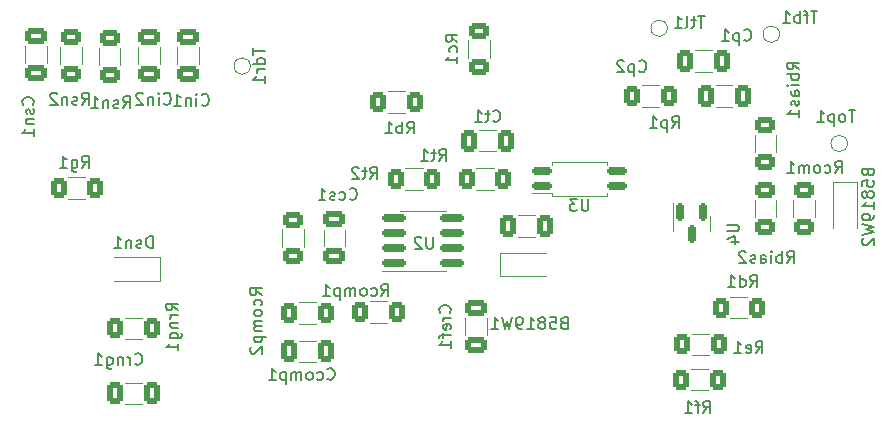
<source format=gbo>
G04 #@! TF.GenerationSoftware,KiCad,Pcbnew,(6.0.11)*
G04 #@! TF.CreationDate,2023-06-13T18:49:00+03:00*
G04 #@! TF.ProjectId,flyback_48V_48W,666c7962-6163-46b5-9f34-38565f343857,rev?*
G04 #@! TF.SameCoordinates,Original*
G04 #@! TF.FileFunction,Legend,Bot*
G04 #@! TF.FilePolarity,Positive*
%FSLAX46Y46*%
G04 Gerber Fmt 4.6, Leading zero omitted, Abs format (unit mm)*
G04 Created by KiCad (PCBNEW (6.0.11)) date 2023-06-13 18:49:00*
%MOMM*%
%LPD*%
G01*
G04 APERTURE LIST*
G04 Aperture macros list*
%AMRoundRect*
0 Rectangle with rounded corners*
0 $1 Rounding radius*
0 $2 $3 $4 $5 $6 $7 $8 $9 X,Y pos of 4 corners*
0 Add a 4 corners polygon primitive as box body*
4,1,4,$2,$3,$4,$5,$6,$7,$8,$9,$2,$3,0*
0 Add four circle primitives for the rounded corners*
1,1,$1+$1,$2,$3*
1,1,$1+$1,$4,$5*
1,1,$1+$1,$6,$7*
1,1,$1+$1,$8,$9*
0 Add four rect primitives between the rounded corners*
20,1,$1+$1,$2,$3,$4,$5,0*
20,1,$1+$1,$4,$5,$6,$7,0*
20,1,$1+$1,$6,$7,$8,$9,0*
20,1,$1+$1,$8,$9,$2,$3,0*%
G04 Aperture macros list end*
%ADD10C,0.150000*%
%ADD11C,0.120000*%
%ADD12C,3.800000*%
%ADD13O,3.048000X1.524000*%
%ADD14R,2.000000X2.000000*%
%ADD15O,2.000000X2.000000*%
%ADD16R,1.200000X1.200000*%
%ADD17C,1.200000*%
%ADD18C,1.524000*%
%ADD19C,1.000000*%
%ADD20RoundRect,0.250000X-0.625000X0.400000X-0.625000X-0.400000X0.625000X-0.400000X0.625000X0.400000X0*%
%ADD21RoundRect,0.250000X-0.400000X-0.625000X0.400000X-0.625000X0.400000X0.625000X-0.400000X0.625000X0*%
%ADD22RoundRect,0.250000X0.400000X0.625000X-0.400000X0.625000X-0.400000X-0.625000X0.400000X-0.625000X0*%
%ADD23RoundRect,0.250000X0.650000X-0.412500X0.650000X0.412500X-0.650000X0.412500X-0.650000X-0.412500X0*%
%ADD24RoundRect,0.150000X-0.825000X-0.150000X0.825000X-0.150000X0.825000X0.150000X-0.825000X0.150000X0*%
%ADD25RoundRect,0.150000X-0.662500X-0.150000X0.662500X-0.150000X0.662500X0.150000X-0.662500X0.150000X0*%
%ADD26RoundRect,0.250000X-0.650000X0.412500X-0.650000X-0.412500X0.650000X-0.412500X0.650000X0.412500X0*%
%ADD27RoundRect,0.250000X0.412500X0.650000X-0.412500X0.650000X-0.412500X-0.650000X0.412500X-0.650000X0*%
%ADD28RoundRect,0.250000X-0.412500X-0.650000X0.412500X-0.650000X0.412500X0.650000X-0.412500X0.650000X0*%
%ADD29R,0.900000X1.200000*%
%ADD30RoundRect,0.150000X-0.150000X0.587500X-0.150000X-0.587500X0.150000X-0.587500X0.150000X0.587500X0*%
%ADD31RoundRect,0.250000X0.625000X-0.400000X0.625000X0.400000X-0.625000X0.400000X-0.625000X-0.400000X0*%
%ADD32R,1.200000X0.900000*%
G04 APERTURE END LIST*
D10*
X173116666Y-45934380D02*
X172545238Y-45934380D01*
X172830952Y-46934380D02*
X172830952Y-45934380D01*
X172069047Y-46934380D02*
X172164285Y-46886761D01*
X172211904Y-46839142D01*
X172259523Y-46743904D01*
X172259523Y-46458190D01*
X172211904Y-46362952D01*
X172164285Y-46315333D01*
X172069047Y-46267714D01*
X171926190Y-46267714D01*
X171830952Y-46315333D01*
X171783333Y-46362952D01*
X171735714Y-46458190D01*
X171735714Y-46743904D01*
X171783333Y-46839142D01*
X171830952Y-46886761D01*
X171926190Y-46934380D01*
X172069047Y-46934380D01*
X171307142Y-46267714D02*
X171307142Y-47267714D01*
X171307142Y-46315333D02*
X171211904Y-46267714D01*
X171021428Y-46267714D01*
X170926190Y-46315333D01*
X170878571Y-46362952D01*
X170830952Y-46458190D01*
X170830952Y-46743904D01*
X170878571Y-46839142D01*
X170926190Y-46886761D01*
X171021428Y-46934380D01*
X171211904Y-46934380D01*
X171307142Y-46886761D01*
X169878571Y-46934380D02*
X170450000Y-46934380D01*
X170164285Y-46934380D02*
X170164285Y-45934380D01*
X170259523Y-46077238D01*
X170354761Y-46172476D01*
X170450000Y-46220095D01*
X107621809Y-45452380D02*
X107955142Y-44976190D01*
X108193238Y-45452380D02*
X108193238Y-44452380D01*
X107812285Y-44452380D01*
X107717047Y-44500000D01*
X107669428Y-44547619D01*
X107621809Y-44642857D01*
X107621809Y-44785714D01*
X107669428Y-44880952D01*
X107717047Y-44928571D01*
X107812285Y-44976190D01*
X108193238Y-44976190D01*
X107240857Y-45404761D02*
X107145619Y-45452380D01*
X106955142Y-45452380D01*
X106859904Y-45404761D01*
X106812285Y-45309523D01*
X106812285Y-45261904D01*
X106859904Y-45166666D01*
X106955142Y-45119047D01*
X107098000Y-45119047D01*
X107193238Y-45071428D01*
X107240857Y-44976190D01*
X107240857Y-44928571D01*
X107193238Y-44833333D01*
X107098000Y-44785714D01*
X106955142Y-44785714D01*
X106859904Y-44833333D01*
X106383714Y-44785714D02*
X106383714Y-45452380D01*
X106383714Y-44880952D02*
X106336095Y-44833333D01*
X106240857Y-44785714D01*
X106098000Y-44785714D01*
X106002761Y-44833333D01*
X105955142Y-44928571D01*
X105955142Y-45452380D01*
X105526571Y-44547619D02*
X105478952Y-44500000D01*
X105383714Y-44452380D01*
X105145619Y-44452380D01*
X105050380Y-44500000D01*
X105002761Y-44547619D01*
X104955142Y-44642857D01*
X104955142Y-44738095D01*
X105002761Y-44880952D01*
X105574190Y-45452380D01*
X104955142Y-45452380D01*
X115768380Y-62881047D02*
X115292190Y-62547714D01*
X115768380Y-62309619D02*
X114768380Y-62309619D01*
X114768380Y-62690571D01*
X114816000Y-62785809D01*
X114863619Y-62833428D01*
X114958857Y-62881047D01*
X115101714Y-62881047D01*
X115196952Y-62833428D01*
X115244571Y-62785809D01*
X115292190Y-62690571D01*
X115292190Y-62309619D01*
X115768380Y-63309619D02*
X115101714Y-63309619D01*
X115292190Y-63309619D02*
X115196952Y-63357238D01*
X115149333Y-63404857D01*
X115101714Y-63500095D01*
X115101714Y-63595333D01*
X115101714Y-63928666D02*
X115768380Y-63928666D01*
X115196952Y-63928666D02*
X115149333Y-63976285D01*
X115101714Y-64071523D01*
X115101714Y-64214380D01*
X115149333Y-64309619D01*
X115244571Y-64357238D01*
X115768380Y-64357238D01*
X115101714Y-65262000D02*
X115911238Y-65262000D01*
X116006476Y-65214380D01*
X116054095Y-65166761D01*
X116101714Y-65071523D01*
X116101714Y-64928666D01*
X116054095Y-64833428D01*
X115720761Y-65262000D02*
X115768380Y-65166761D01*
X115768380Y-64976285D01*
X115720761Y-64881047D01*
X115673142Y-64833428D01*
X115577904Y-64785809D01*
X115292190Y-64785809D01*
X115196952Y-64833428D01*
X115149333Y-64881047D01*
X115101714Y-64976285D01*
X115101714Y-65166761D01*
X115149333Y-65262000D01*
X115768380Y-66262000D02*
X115768380Y-65690571D01*
X115768380Y-65976285D02*
X114768380Y-65976285D01*
X114911238Y-65881047D01*
X115006476Y-65785809D01*
X115054095Y-65690571D01*
X107619047Y-50802380D02*
X107952380Y-50326190D01*
X108190476Y-50802380D02*
X108190476Y-49802380D01*
X107809523Y-49802380D01*
X107714285Y-49850000D01*
X107666666Y-49897619D01*
X107619047Y-49992857D01*
X107619047Y-50135714D01*
X107666666Y-50230952D01*
X107714285Y-50278571D01*
X107809523Y-50326190D01*
X108190476Y-50326190D01*
X106761904Y-50135714D02*
X106761904Y-50945238D01*
X106809523Y-51040476D01*
X106857142Y-51088095D01*
X106952380Y-51135714D01*
X107095238Y-51135714D01*
X107190476Y-51088095D01*
X106761904Y-50754761D02*
X106857142Y-50802380D01*
X107047619Y-50802380D01*
X107142857Y-50754761D01*
X107190476Y-50707142D01*
X107238095Y-50611904D01*
X107238095Y-50326190D01*
X107190476Y-50230952D01*
X107142857Y-50183333D01*
X107047619Y-50135714D01*
X106857142Y-50135714D01*
X106761904Y-50183333D01*
X105761904Y-50802380D02*
X106333333Y-50802380D01*
X106047619Y-50802380D02*
X106047619Y-49802380D01*
X106142857Y-49945238D01*
X106238095Y-50040476D01*
X106333333Y-50088095D01*
X130286000Y-53443142D02*
X130333619Y-53490761D01*
X130476476Y-53538380D01*
X130571714Y-53538380D01*
X130714571Y-53490761D01*
X130809809Y-53395523D01*
X130857428Y-53300285D01*
X130905047Y-53109809D01*
X130905047Y-52966952D01*
X130857428Y-52776476D01*
X130809809Y-52681238D01*
X130714571Y-52586000D01*
X130571714Y-52538380D01*
X130476476Y-52538380D01*
X130333619Y-52586000D01*
X130286000Y-52633619D01*
X129428857Y-53490761D02*
X129524095Y-53538380D01*
X129714571Y-53538380D01*
X129809809Y-53490761D01*
X129857428Y-53443142D01*
X129905047Y-53347904D01*
X129905047Y-53062190D01*
X129857428Y-52966952D01*
X129809809Y-52919333D01*
X129714571Y-52871714D01*
X129524095Y-52871714D01*
X129428857Y-52919333D01*
X129047904Y-53490761D02*
X128952666Y-53538380D01*
X128762190Y-53538380D01*
X128666952Y-53490761D01*
X128619333Y-53395523D01*
X128619333Y-53347904D01*
X128666952Y-53252666D01*
X128762190Y-53205047D01*
X128905047Y-53205047D01*
X129000285Y-53157428D01*
X129047904Y-53062190D01*
X129047904Y-53014571D01*
X129000285Y-52919333D01*
X128905047Y-52871714D01*
X128762190Y-52871714D01*
X128666952Y-52919333D01*
X127666952Y-53538380D02*
X128238380Y-53538380D01*
X127952666Y-53538380D02*
X127952666Y-52538380D01*
X128047904Y-52681238D01*
X128143142Y-52776476D01*
X128238380Y-52824095D01*
X111103809Y-45754380D02*
X111437142Y-45278190D01*
X111675238Y-45754380D02*
X111675238Y-44754380D01*
X111294285Y-44754380D01*
X111199047Y-44802000D01*
X111151428Y-44849619D01*
X111103809Y-44944857D01*
X111103809Y-45087714D01*
X111151428Y-45182952D01*
X111199047Y-45230571D01*
X111294285Y-45278190D01*
X111675238Y-45278190D01*
X110722857Y-45706761D02*
X110627619Y-45754380D01*
X110437142Y-45754380D01*
X110341904Y-45706761D01*
X110294285Y-45611523D01*
X110294285Y-45563904D01*
X110341904Y-45468666D01*
X110437142Y-45421047D01*
X110580000Y-45421047D01*
X110675238Y-45373428D01*
X110722857Y-45278190D01*
X110722857Y-45230571D01*
X110675238Y-45135333D01*
X110580000Y-45087714D01*
X110437142Y-45087714D01*
X110341904Y-45135333D01*
X109865714Y-45087714D02*
X109865714Y-45754380D01*
X109865714Y-45182952D02*
X109818095Y-45135333D01*
X109722857Y-45087714D01*
X109580000Y-45087714D01*
X109484761Y-45135333D01*
X109437142Y-45230571D01*
X109437142Y-45754380D01*
X108437142Y-45754380D02*
X109008571Y-45754380D01*
X108722857Y-45754380D02*
X108722857Y-44754380D01*
X108818095Y-44897238D01*
X108913333Y-44992476D01*
X109008571Y-45040095D01*
X122880380Y-61587333D02*
X122404190Y-61254000D01*
X122880380Y-61015904D02*
X121880380Y-61015904D01*
X121880380Y-61396857D01*
X121928000Y-61492095D01*
X121975619Y-61539714D01*
X122070857Y-61587333D01*
X122213714Y-61587333D01*
X122308952Y-61539714D01*
X122356571Y-61492095D01*
X122404190Y-61396857D01*
X122404190Y-61015904D01*
X122832761Y-62444476D02*
X122880380Y-62349238D01*
X122880380Y-62158761D01*
X122832761Y-62063523D01*
X122785142Y-62015904D01*
X122689904Y-61968285D01*
X122404190Y-61968285D01*
X122308952Y-62015904D01*
X122261333Y-62063523D01*
X122213714Y-62158761D01*
X122213714Y-62349238D01*
X122261333Y-62444476D01*
X122880380Y-63015904D02*
X122832761Y-62920666D01*
X122785142Y-62873047D01*
X122689904Y-62825428D01*
X122404190Y-62825428D01*
X122308952Y-62873047D01*
X122261333Y-62920666D01*
X122213714Y-63015904D01*
X122213714Y-63158761D01*
X122261333Y-63254000D01*
X122308952Y-63301619D01*
X122404190Y-63349238D01*
X122689904Y-63349238D01*
X122785142Y-63301619D01*
X122832761Y-63254000D01*
X122880380Y-63158761D01*
X122880380Y-63015904D01*
X122880380Y-63777809D02*
X122213714Y-63777809D01*
X122308952Y-63777809D02*
X122261333Y-63825428D01*
X122213714Y-63920666D01*
X122213714Y-64063523D01*
X122261333Y-64158761D01*
X122356571Y-64206380D01*
X122880380Y-64206380D01*
X122356571Y-64206380D02*
X122261333Y-64254000D01*
X122213714Y-64349238D01*
X122213714Y-64492095D01*
X122261333Y-64587333D01*
X122356571Y-64634952D01*
X122880380Y-64634952D01*
X122213714Y-65111142D02*
X123213714Y-65111142D01*
X122261333Y-65111142D02*
X122213714Y-65206380D01*
X122213714Y-65396857D01*
X122261333Y-65492095D01*
X122308952Y-65539714D01*
X122404190Y-65587333D01*
X122689904Y-65587333D01*
X122785142Y-65539714D01*
X122832761Y-65492095D01*
X122880380Y-65396857D01*
X122880380Y-65206380D01*
X122832761Y-65111142D01*
X121975619Y-65968285D02*
X121928000Y-66015904D01*
X121880380Y-66111142D01*
X121880380Y-66349238D01*
X121928000Y-66444476D01*
X121975619Y-66492095D01*
X122070857Y-66539714D01*
X122166095Y-66539714D01*
X122308952Y-66492095D01*
X122880380Y-65920666D01*
X122880380Y-66539714D01*
X137361904Y-56652380D02*
X137361904Y-57461904D01*
X137314285Y-57557142D01*
X137266666Y-57604761D01*
X137171428Y-57652380D01*
X136980952Y-57652380D01*
X136885714Y-57604761D01*
X136838095Y-57557142D01*
X136790476Y-57461904D01*
X136790476Y-56652380D01*
X136361904Y-56747619D02*
X136314285Y-56700000D01*
X136219047Y-56652380D01*
X135980952Y-56652380D01*
X135885714Y-56700000D01*
X135838095Y-56747619D01*
X135790476Y-56842857D01*
X135790476Y-56938095D01*
X135838095Y-57080952D01*
X136409523Y-57652380D01*
X135790476Y-57652380D01*
X150511904Y-53452380D02*
X150511904Y-54261904D01*
X150464285Y-54357142D01*
X150416666Y-54404761D01*
X150321428Y-54452380D01*
X150130952Y-54452380D01*
X150035714Y-54404761D01*
X149988095Y-54357142D01*
X149940476Y-54261904D01*
X149940476Y-53452380D01*
X149559523Y-53452380D02*
X148940476Y-53452380D01*
X149273809Y-53833333D01*
X149130952Y-53833333D01*
X149035714Y-53880952D01*
X148988095Y-53928571D01*
X148940476Y-54023809D01*
X148940476Y-54261904D01*
X148988095Y-54357142D01*
X149035714Y-54404761D01*
X149130952Y-54452380D01*
X149416666Y-54452380D01*
X149511904Y-54404761D01*
X149559523Y-54357142D01*
X138787142Y-63071523D02*
X138834761Y-63023904D01*
X138882380Y-62881047D01*
X138882380Y-62785809D01*
X138834761Y-62642952D01*
X138739523Y-62547714D01*
X138644285Y-62500095D01*
X138453809Y-62452476D01*
X138310952Y-62452476D01*
X138120476Y-62500095D01*
X138025238Y-62547714D01*
X137930000Y-62642952D01*
X137882380Y-62785809D01*
X137882380Y-62881047D01*
X137930000Y-63023904D01*
X137977619Y-63071523D01*
X138882380Y-63500095D02*
X138215714Y-63500095D01*
X138406190Y-63500095D02*
X138310952Y-63547714D01*
X138263333Y-63595333D01*
X138215714Y-63690571D01*
X138215714Y-63785809D01*
X138834761Y-64500095D02*
X138882380Y-64404857D01*
X138882380Y-64214380D01*
X138834761Y-64119142D01*
X138739523Y-64071523D01*
X138358571Y-64071523D01*
X138263333Y-64119142D01*
X138215714Y-64214380D01*
X138215714Y-64404857D01*
X138263333Y-64500095D01*
X138358571Y-64547714D01*
X138453809Y-64547714D01*
X138549047Y-64071523D01*
X138215714Y-64833428D02*
X138215714Y-65214380D01*
X138882380Y-64976285D02*
X138025238Y-64976285D01*
X137930000Y-65023904D01*
X137882380Y-65119142D01*
X137882380Y-65214380D01*
X138882380Y-66071523D02*
X138882380Y-65500095D01*
X138882380Y-65785809D02*
X137882380Y-65785809D01*
X138025238Y-65690571D01*
X138120476Y-65595333D01*
X138168095Y-65500095D01*
X112124952Y-67413142D02*
X112172571Y-67460761D01*
X112315428Y-67508380D01*
X112410666Y-67508380D01*
X112553523Y-67460761D01*
X112648761Y-67365523D01*
X112696380Y-67270285D01*
X112744000Y-67079809D01*
X112744000Y-66936952D01*
X112696380Y-66746476D01*
X112648761Y-66651238D01*
X112553523Y-66556000D01*
X112410666Y-66508380D01*
X112315428Y-66508380D01*
X112172571Y-66556000D01*
X112124952Y-66603619D01*
X111696380Y-67508380D02*
X111696380Y-66841714D01*
X111696380Y-67032190D02*
X111648761Y-66936952D01*
X111601142Y-66889333D01*
X111505904Y-66841714D01*
X111410666Y-66841714D01*
X111077333Y-66841714D02*
X111077333Y-67508380D01*
X111077333Y-66936952D02*
X111029714Y-66889333D01*
X110934476Y-66841714D01*
X110791619Y-66841714D01*
X110696380Y-66889333D01*
X110648761Y-66984571D01*
X110648761Y-67508380D01*
X109744000Y-66841714D02*
X109744000Y-67651238D01*
X109791619Y-67746476D01*
X109839238Y-67794095D01*
X109934476Y-67841714D01*
X110077333Y-67841714D01*
X110172571Y-67794095D01*
X109744000Y-67460761D02*
X109839238Y-67508380D01*
X110029714Y-67508380D01*
X110124952Y-67460761D01*
X110172571Y-67413142D01*
X110220190Y-67317904D01*
X110220190Y-67032190D01*
X110172571Y-66936952D01*
X110124952Y-66889333D01*
X110029714Y-66841714D01*
X109839238Y-66841714D01*
X109744000Y-66889333D01*
X108744000Y-67508380D02*
X109315428Y-67508380D01*
X109029714Y-67508380D02*
X109029714Y-66508380D01*
X109124952Y-66651238D01*
X109220190Y-66746476D01*
X109315428Y-66794095D01*
X154797047Y-42615142D02*
X154844666Y-42662761D01*
X154987523Y-42710380D01*
X155082761Y-42710380D01*
X155225619Y-42662761D01*
X155320857Y-42567523D01*
X155368476Y-42472285D01*
X155416095Y-42281809D01*
X155416095Y-42138952D01*
X155368476Y-41948476D01*
X155320857Y-41853238D01*
X155225619Y-41758000D01*
X155082761Y-41710380D01*
X154987523Y-41710380D01*
X154844666Y-41758000D01*
X154797047Y-41805619D01*
X154368476Y-42043714D02*
X154368476Y-43043714D01*
X154368476Y-42091333D02*
X154273238Y-42043714D01*
X154082761Y-42043714D01*
X153987523Y-42091333D01*
X153939904Y-42138952D01*
X153892285Y-42234190D01*
X153892285Y-42519904D01*
X153939904Y-42615142D01*
X153987523Y-42662761D01*
X154082761Y-42710380D01*
X154273238Y-42710380D01*
X154368476Y-42662761D01*
X153511333Y-41805619D02*
X153463714Y-41758000D01*
X153368476Y-41710380D01*
X153130380Y-41710380D01*
X153035142Y-41758000D01*
X152987523Y-41805619D01*
X152939904Y-41900857D01*
X152939904Y-41996095D01*
X152987523Y-42138952D01*
X153558952Y-42710380D01*
X152939904Y-42710380D01*
X142438380Y-46839142D02*
X142486000Y-46886761D01*
X142628857Y-46934380D01*
X142724095Y-46934380D01*
X142866952Y-46886761D01*
X142962190Y-46791523D01*
X143009809Y-46696285D01*
X143057428Y-46505809D01*
X143057428Y-46362952D01*
X143009809Y-46172476D01*
X142962190Y-46077238D01*
X142866952Y-45982000D01*
X142724095Y-45934380D01*
X142628857Y-45934380D01*
X142486000Y-45982000D01*
X142438380Y-46029619D01*
X142152666Y-46267714D02*
X141771714Y-46267714D01*
X142009809Y-45934380D02*
X142009809Y-46791523D01*
X141962190Y-46886761D01*
X141866952Y-46934380D01*
X141771714Y-46934380D01*
X140914571Y-46934380D02*
X141486000Y-46934380D01*
X141200285Y-46934380D02*
X141200285Y-45934380D01*
X141295523Y-46077238D01*
X141390761Y-46172476D01*
X141486000Y-46220095D01*
X164679238Y-66492380D02*
X165012571Y-66016190D01*
X165250666Y-66492380D02*
X165250666Y-65492380D01*
X164869714Y-65492380D01*
X164774476Y-65540000D01*
X164726857Y-65587619D01*
X164679238Y-65682857D01*
X164679238Y-65825714D01*
X164726857Y-65920952D01*
X164774476Y-65968571D01*
X164869714Y-66016190D01*
X165250666Y-66016190D01*
X163869714Y-66444761D02*
X163964952Y-66492380D01*
X164155428Y-66492380D01*
X164250666Y-66444761D01*
X164298285Y-66349523D01*
X164298285Y-65968571D01*
X164250666Y-65873333D01*
X164155428Y-65825714D01*
X163964952Y-65825714D01*
X163869714Y-65873333D01*
X163822095Y-65968571D01*
X163822095Y-66063809D01*
X164298285Y-66159047D01*
X162869714Y-66492380D02*
X163441142Y-66492380D01*
X163155428Y-66492380D02*
X163155428Y-65492380D01*
X163250666Y-65635238D01*
X163345904Y-65730476D01*
X163441142Y-65778095D01*
X160218380Y-71572380D02*
X160551714Y-71096190D01*
X160789809Y-71572380D02*
X160789809Y-70572380D01*
X160408857Y-70572380D01*
X160313619Y-70620000D01*
X160266000Y-70667619D01*
X160218380Y-70762857D01*
X160218380Y-70905714D01*
X160266000Y-71000952D01*
X160313619Y-71048571D01*
X160408857Y-71096190D01*
X160789809Y-71096190D01*
X159932666Y-70905714D02*
X159551714Y-70905714D01*
X159789809Y-71572380D02*
X159789809Y-70715238D01*
X159742190Y-70620000D01*
X159646952Y-70572380D01*
X159551714Y-70572380D01*
X158694571Y-71572380D02*
X159266000Y-71572380D01*
X158980285Y-71572380D02*
X158980285Y-70572380D01*
X159075523Y-70715238D01*
X159170761Y-70810476D01*
X159266000Y-70858095D01*
X137866380Y-50236380D02*
X138199714Y-49760190D01*
X138437809Y-50236380D02*
X138437809Y-49236380D01*
X138056857Y-49236380D01*
X137961619Y-49284000D01*
X137914000Y-49331619D01*
X137866380Y-49426857D01*
X137866380Y-49569714D01*
X137914000Y-49664952D01*
X137961619Y-49712571D01*
X138056857Y-49760190D01*
X138437809Y-49760190D01*
X137580666Y-49569714D02*
X137199714Y-49569714D01*
X137437809Y-49236380D02*
X137437809Y-50093523D01*
X137390190Y-50188761D01*
X137294952Y-50236380D01*
X137199714Y-50236380D01*
X136342571Y-50236380D02*
X136914000Y-50236380D01*
X136628285Y-50236380D02*
X136628285Y-49236380D01*
X136723523Y-49379238D01*
X136818761Y-49474476D01*
X136914000Y-49522095D01*
X113609238Y-57602380D02*
X113609238Y-56602380D01*
X113371142Y-56602380D01*
X113228285Y-56650000D01*
X113133047Y-56745238D01*
X113085428Y-56840476D01*
X113037809Y-57030952D01*
X113037809Y-57173809D01*
X113085428Y-57364285D01*
X113133047Y-57459523D01*
X113228285Y-57554761D01*
X113371142Y-57602380D01*
X113609238Y-57602380D01*
X112656857Y-57554761D02*
X112561619Y-57602380D01*
X112371142Y-57602380D01*
X112275904Y-57554761D01*
X112228285Y-57459523D01*
X112228285Y-57411904D01*
X112275904Y-57316666D01*
X112371142Y-57269047D01*
X112514000Y-57269047D01*
X112609238Y-57221428D01*
X112656857Y-57126190D01*
X112656857Y-57078571D01*
X112609238Y-56983333D01*
X112514000Y-56935714D01*
X112371142Y-56935714D01*
X112275904Y-56983333D01*
X111799714Y-56935714D02*
X111799714Y-57602380D01*
X111799714Y-57030952D02*
X111752095Y-56983333D01*
X111656857Y-56935714D01*
X111514000Y-56935714D01*
X111418761Y-56983333D01*
X111371142Y-57078571D01*
X111371142Y-57602380D01*
X110371142Y-57602380D02*
X110942571Y-57602380D01*
X110656857Y-57602380D02*
X110656857Y-56602380D01*
X110752095Y-56745238D01*
X110847333Y-56840476D01*
X110942571Y-56888095D01*
X148422952Y-63936571D02*
X148280095Y-63984190D01*
X148232476Y-64031809D01*
X148184857Y-64127047D01*
X148184857Y-64269904D01*
X148232476Y-64365142D01*
X148280095Y-64412761D01*
X148375333Y-64460380D01*
X148756285Y-64460380D01*
X148756285Y-63460380D01*
X148422952Y-63460380D01*
X148327714Y-63508000D01*
X148280095Y-63555619D01*
X148232476Y-63650857D01*
X148232476Y-63746095D01*
X148280095Y-63841333D01*
X148327714Y-63888952D01*
X148422952Y-63936571D01*
X148756285Y-63936571D01*
X147280095Y-63460380D02*
X147756285Y-63460380D01*
X147803904Y-63936571D01*
X147756285Y-63888952D01*
X147661047Y-63841333D01*
X147422952Y-63841333D01*
X147327714Y-63888952D01*
X147280095Y-63936571D01*
X147232476Y-64031809D01*
X147232476Y-64269904D01*
X147280095Y-64365142D01*
X147327714Y-64412761D01*
X147422952Y-64460380D01*
X147661047Y-64460380D01*
X147756285Y-64412761D01*
X147803904Y-64365142D01*
X146661047Y-63888952D02*
X146756285Y-63841333D01*
X146803904Y-63793714D01*
X146851523Y-63698476D01*
X146851523Y-63650857D01*
X146803904Y-63555619D01*
X146756285Y-63508000D01*
X146661047Y-63460380D01*
X146470571Y-63460380D01*
X146375333Y-63508000D01*
X146327714Y-63555619D01*
X146280095Y-63650857D01*
X146280095Y-63698476D01*
X146327714Y-63793714D01*
X146375333Y-63841333D01*
X146470571Y-63888952D01*
X146661047Y-63888952D01*
X146756285Y-63936571D01*
X146803904Y-63984190D01*
X146851523Y-64079428D01*
X146851523Y-64269904D01*
X146803904Y-64365142D01*
X146756285Y-64412761D01*
X146661047Y-64460380D01*
X146470571Y-64460380D01*
X146375333Y-64412761D01*
X146327714Y-64365142D01*
X146280095Y-64269904D01*
X146280095Y-64079428D01*
X146327714Y-63984190D01*
X146375333Y-63936571D01*
X146470571Y-63888952D01*
X145327714Y-64460380D02*
X145899142Y-64460380D01*
X145613428Y-64460380D02*
X145613428Y-63460380D01*
X145708666Y-63603238D01*
X145803904Y-63698476D01*
X145899142Y-63746095D01*
X144851523Y-64460380D02*
X144661047Y-64460380D01*
X144565809Y-64412761D01*
X144518190Y-64365142D01*
X144422952Y-64222285D01*
X144375333Y-64031809D01*
X144375333Y-63650857D01*
X144422952Y-63555619D01*
X144470571Y-63508000D01*
X144565809Y-63460380D01*
X144756285Y-63460380D01*
X144851523Y-63508000D01*
X144899142Y-63555619D01*
X144946761Y-63650857D01*
X144946761Y-63888952D01*
X144899142Y-63984190D01*
X144851523Y-64031809D01*
X144756285Y-64079428D01*
X144565809Y-64079428D01*
X144470571Y-64031809D01*
X144422952Y-63984190D01*
X144375333Y-63888952D01*
X144042000Y-63460380D02*
X143803904Y-64460380D01*
X143613428Y-63746095D01*
X143422952Y-64460380D01*
X143184857Y-63460380D01*
X142280095Y-64460380D02*
X142851523Y-64460380D01*
X142565809Y-64460380D02*
X142565809Y-63460380D01*
X142661047Y-63603238D01*
X142756285Y-63698476D01*
X142851523Y-63746095D01*
X163687047Y-39981142D02*
X163734666Y-40028761D01*
X163877523Y-40076380D01*
X163972761Y-40076380D01*
X164115619Y-40028761D01*
X164210857Y-39933523D01*
X164258476Y-39838285D01*
X164306095Y-39647809D01*
X164306095Y-39504952D01*
X164258476Y-39314476D01*
X164210857Y-39219238D01*
X164115619Y-39124000D01*
X163972761Y-39076380D01*
X163877523Y-39076380D01*
X163734666Y-39124000D01*
X163687047Y-39171619D01*
X163258476Y-39409714D02*
X163258476Y-40409714D01*
X163258476Y-39457333D02*
X163163238Y-39409714D01*
X162972761Y-39409714D01*
X162877523Y-39457333D01*
X162829904Y-39504952D01*
X162782285Y-39600190D01*
X162782285Y-39885904D01*
X162829904Y-39981142D01*
X162877523Y-40028761D01*
X162972761Y-40076380D01*
X163163238Y-40076380D01*
X163258476Y-40028761D01*
X161829904Y-40076380D02*
X162401333Y-40076380D01*
X162115619Y-40076380D02*
X162115619Y-39076380D01*
X162210857Y-39219238D01*
X162306095Y-39314476D01*
X162401333Y-39362095D01*
X132976666Y-61666380D02*
X133310000Y-61190190D01*
X133548095Y-61666380D02*
X133548095Y-60666380D01*
X133167142Y-60666380D01*
X133071904Y-60714000D01*
X133024285Y-60761619D01*
X132976666Y-60856857D01*
X132976666Y-60999714D01*
X133024285Y-61094952D01*
X133071904Y-61142571D01*
X133167142Y-61190190D01*
X133548095Y-61190190D01*
X132119523Y-61618761D02*
X132214761Y-61666380D01*
X132405238Y-61666380D01*
X132500476Y-61618761D01*
X132548095Y-61571142D01*
X132595714Y-61475904D01*
X132595714Y-61190190D01*
X132548095Y-61094952D01*
X132500476Y-61047333D01*
X132405238Y-60999714D01*
X132214761Y-60999714D01*
X132119523Y-61047333D01*
X131548095Y-61666380D02*
X131643333Y-61618761D01*
X131690952Y-61571142D01*
X131738571Y-61475904D01*
X131738571Y-61190190D01*
X131690952Y-61094952D01*
X131643333Y-61047333D01*
X131548095Y-60999714D01*
X131405238Y-60999714D01*
X131310000Y-61047333D01*
X131262380Y-61094952D01*
X131214761Y-61190190D01*
X131214761Y-61475904D01*
X131262380Y-61571142D01*
X131310000Y-61618761D01*
X131405238Y-61666380D01*
X131548095Y-61666380D01*
X130786190Y-61666380D02*
X130786190Y-60999714D01*
X130786190Y-61094952D02*
X130738571Y-61047333D01*
X130643333Y-60999714D01*
X130500476Y-60999714D01*
X130405238Y-61047333D01*
X130357619Y-61142571D01*
X130357619Y-61666380D01*
X130357619Y-61142571D02*
X130310000Y-61047333D01*
X130214761Y-60999714D01*
X130071904Y-60999714D01*
X129976666Y-61047333D01*
X129929047Y-61142571D01*
X129929047Y-61666380D01*
X129452857Y-60999714D02*
X129452857Y-61999714D01*
X129452857Y-61047333D02*
X129357619Y-60999714D01*
X129167142Y-60999714D01*
X129071904Y-61047333D01*
X129024285Y-61094952D01*
X128976666Y-61190190D01*
X128976666Y-61475904D01*
X129024285Y-61571142D01*
X129071904Y-61618761D01*
X129167142Y-61666380D01*
X129357619Y-61666380D01*
X129452857Y-61618761D01*
X128024285Y-61666380D02*
X128595714Y-61666380D01*
X128310000Y-61666380D02*
X128310000Y-60666380D01*
X128405238Y-60809238D01*
X128500476Y-60904476D01*
X128595714Y-60952095D01*
X103481142Y-45458190D02*
X103528761Y-45410571D01*
X103576380Y-45267714D01*
X103576380Y-45172476D01*
X103528761Y-45029619D01*
X103433523Y-44934380D01*
X103338285Y-44886761D01*
X103147809Y-44839142D01*
X103004952Y-44839142D01*
X102814476Y-44886761D01*
X102719238Y-44934380D01*
X102624000Y-45029619D01*
X102576380Y-45172476D01*
X102576380Y-45267714D01*
X102624000Y-45410571D01*
X102671619Y-45458190D01*
X103528761Y-45839142D02*
X103576380Y-45934380D01*
X103576380Y-46124857D01*
X103528761Y-46220095D01*
X103433523Y-46267714D01*
X103385904Y-46267714D01*
X103290666Y-46220095D01*
X103243047Y-46124857D01*
X103243047Y-45982000D01*
X103195428Y-45886761D01*
X103100190Y-45839142D01*
X103052571Y-45839142D01*
X102957333Y-45886761D01*
X102909714Y-45982000D01*
X102909714Y-46124857D01*
X102957333Y-46220095D01*
X102909714Y-46696285D02*
X103576380Y-46696285D01*
X103004952Y-46696285D02*
X102957333Y-46743904D01*
X102909714Y-46839142D01*
X102909714Y-46982000D01*
X102957333Y-47077238D01*
X103052571Y-47124857D01*
X103576380Y-47124857D01*
X103576380Y-48124857D02*
X103576380Y-47553428D01*
X103576380Y-47839142D02*
X102576380Y-47839142D01*
X102719238Y-47743904D01*
X102814476Y-47648666D01*
X102862095Y-47553428D01*
X114555142Y-45357142D02*
X114602761Y-45404761D01*
X114745619Y-45452380D01*
X114840857Y-45452380D01*
X114983714Y-45404761D01*
X115078952Y-45309523D01*
X115126571Y-45214285D01*
X115174190Y-45023809D01*
X115174190Y-44880952D01*
X115126571Y-44690476D01*
X115078952Y-44595238D01*
X114983714Y-44500000D01*
X114840857Y-44452380D01*
X114745619Y-44452380D01*
X114602761Y-44500000D01*
X114555142Y-44547619D01*
X114126571Y-45452380D02*
X114126571Y-44785714D01*
X114126571Y-44452380D02*
X114174190Y-44500000D01*
X114126571Y-44547619D01*
X114078952Y-44500000D01*
X114126571Y-44452380D01*
X114126571Y-44547619D01*
X113650380Y-44785714D02*
X113650380Y-45452380D01*
X113650380Y-44880952D02*
X113602761Y-44833333D01*
X113507523Y-44785714D01*
X113364666Y-44785714D01*
X113269428Y-44833333D01*
X113221809Y-44928571D01*
X113221809Y-45452380D01*
X112793238Y-44547619D02*
X112745619Y-44500000D01*
X112650380Y-44452380D01*
X112412285Y-44452380D01*
X112317047Y-44500000D01*
X112269428Y-44547619D01*
X112221809Y-44642857D01*
X112221809Y-44738095D01*
X112269428Y-44880952D01*
X112840857Y-45452380D01*
X112221809Y-45452380D01*
X167322285Y-58872380D02*
X167655619Y-58396190D01*
X167893714Y-58872380D02*
X167893714Y-57872380D01*
X167512761Y-57872380D01*
X167417523Y-57920000D01*
X167369904Y-57967619D01*
X167322285Y-58062857D01*
X167322285Y-58205714D01*
X167369904Y-58300952D01*
X167417523Y-58348571D01*
X167512761Y-58396190D01*
X167893714Y-58396190D01*
X166893714Y-58872380D02*
X166893714Y-57872380D01*
X166893714Y-58253333D02*
X166798476Y-58205714D01*
X166608000Y-58205714D01*
X166512761Y-58253333D01*
X166465142Y-58300952D01*
X166417523Y-58396190D01*
X166417523Y-58681904D01*
X166465142Y-58777142D01*
X166512761Y-58824761D01*
X166608000Y-58872380D01*
X166798476Y-58872380D01*
X166893714Y-58824761D01*
X165988952Y-58872380D02*
X165988952Y-58205714D01*
X165988952Y-57872380D02*
X166036571Y-57920000D01*
X165988952Y-57967619D01*
X165941333Y-57920000D01*
X165988952Y-57872380D01*
X165988952Y-57967619D01*
X165084190Y-58872380D02*
X165084190Y-58348571D01*
X165131809Y-58253333D01*
X165227047Y-58205714D01*
X165417523Y-58205714D01*
X165512761Y-58253333D01*
X165084190Y-58824761D02*
X165179428Y-58872380D01*
X165417523Y-58872380D01*
X165512761Y-58824761D01*
X165560380Y-58729523D01*
X165560380Y-58634285D01*
X165512761Y-58539047D01*
X165417523Y-58491428D01*
X165179428Y-58491428D01*
X165084190Y-58443809D01*
X164655619Y-58824761D02*
X164560380Y-58872380D01*
X164369904Y-58872380D01*
X164274666Y-58824761D01*
X164227047Y-58729523D01*
X164227047Y-58681904D01*
X164274666Y-58586666D01*
X164369904Y-58539047D01*
X164512761Y-58539047D01*
X164608000Y-58491428D01*
X164655619Y-58396190D01*
X164655619Y-58348571D01*
X164608000Y-58253333D01*
X164512761Y-58205714D01*
X164369904Y-58205714D01*
X164274666Y-58253333D01*
X163846095Y-57967619D02*
X163798476Y-57920000D01*
X163703238Y-57872380D01*
X163465142Y-57872380D01*
X163369904Y-57920000D01*
X163322285Y-57967619D01*
X163274666Y-58062857D01*
X163274666Y-58158095D01*
X163322285Y-58300952D01*
X163893714Y-58872380D01*
X163274666Y-58872380D01*
X132024380Y-51760380D02*
X132357714Y-51284190D01*
X132595809Y-51760380D02*
X132595809Y-50760380D01*
X132214857Y-50760380D01*
X132119619Y-50808000D01*
X132072000Y-50855619D01*
X132024380Y-50950857D01*
X132024380Y-51093714D01*
X132072000Y-51188952D01*
X132119619Y-51236571D01*
X132214857Y-51284190D01*
X132595809Y-51284190D01*
X131738666Y-51093714D02*
X131357714Y-51093714D01*
X131595809Y-50760380D02*
X131595809Y-51617523D01*
X131548190Y-51712761D01*
X131452952Y-51760380D01*
X131357714Y-51760380D01*
X131072000Y-50855619D02*
X131024380Y-50808000D01*
X130929142Y-50760380D01*
X130691047Y-50760380D01*
X130595809Y-50808000D01*
X130548190Y-50855619D01*
X130500571Y-50950857D01*
X130500571Y-51046095D01*
X130548190Y-51188952D01*
X131119619Y-51760380D01*
X130500571Y-51760380D01*
X162266380Y-55626095D02*
X163075904Y-55626095D01*
X163171142Y-55673714D01*
X163218761Y-55721333D01*
X163266380Y-55816571D01*
X163266380Y-56007047D01*
X163218761Y-56102285D01*
X163171142Y-56149904D01*
X163075904Y-56197523D01*
X162266380Y-56197523D01*
X162599714Y-57102285D02*
X163266380Y-57102285D01*
X162218761Y-56864190D02*
X162933047Y-56626095D01*
X162933047Y-57245142D01*
X139416380Y-40154761D02*
X138940190Y-39821428D01*
X139416380Y-39583333D02*
X138416380Y-39583333D01*
X138416380Y-39964285D01*
X138464000Y-40059523D01*
X138511619Y-40107142D01*
X138606857Y-40154761D01*
X138749714Y-40154761D01*
X138844952Y-40107142D01*
X138892571Y-40059523D01*
X138940190Y-39964285D01*
X138940190Y-39583333D01*
X139368761Y-41011904D02*
X139416380Y-40916666D01*
X139416380Y-40726190D01*
X139368761Y-40630952D01*
X139321142Y-40583333D01*
X139225904Y-40535714D01*
X138940190Y-40535714D01*
X138844952Y-40583333D01*
X138797333Y-40630952D01*
X138749714Y-40726190D01*
X138749714Y-40916666D01*
X138797333Y-41011904D01*
X139416380Y-41964285D02*
X139416380Y-41392857D01*
X139416380Y-41678571D02*
X138416380Y-41678571D01*
X138559238Y-41583333D01*
X138654476Y-41488095D01*
X138702095Y-41392857D01*
X168346380Y-42481714D02*
X167870190Y-42148380D01*
X168346380Y-41910285D02*
X167346380Y-41910285D01*
X167346380Y-42291238D01*
X167394000Y-42386476D01*
X167441619Y-42434095D01*
X167536857Y-42481714D01*
X167679714Y-42481714D01*
X167774952Y-42434095D01*
X167822571Y-42386476D01*
X167870190Y-42291238D01*
X167870190Y-41910285D01*
X168346380Y-42910285D02*
X167346380Y-42910285D01*
X167727333Y-42910285D02*
X167679714Y-43005523D01*
X167679714Y-43196000D01*
X167727333Y-43291238D01*
X167774952Y-43338857D01*
X167870190Y-43386476D01*
X168155904Y-43386476D01*
X168251142Y-43338857D01*
X168298761Y-43291238D01*
X168346380Y-43196000D01*
X168346380Y-43005523D01*
X168298761Y-42910285D01*
X168346380Y-43815047D02*
X167679714Y-43815047D01*
X167346380Y-43815047D02*
X167394000Y-43767428D01*
X167441619Y-43815047D01*
X167394000Y-43862666D01*
X167346380Y-43815047D01*
X167441619Y-43815047D01*
X168346380Y-44719809D02*
X167822571Y-44719809D01*
X167727333Y-44672190D01*
X167679714Y-44576952D01*
X167679714Y-44386476D01*
X167727333Y-44291238D01*
X168298761Y-44719809D02*
X168346380Y-44624571D01*
X168346380Y-44386476D01*
X168298761Y-44291238D01*
X168203523Y-44243619D01*
X168108285Y-44243619D01*
X168013047Y-44291238D01*
X167965428Y-44386476D01*
X167965428Y-44624571D01*
X167917809Y-44719809D01*
X168298761Y-45148380D02*
X168346380Y-45243619D01*
X168346380Y-45434095D01*
X168298761Y-45529333D01*
X168203523Y-45576952D01*
X168155904Y-45576952D01*
X168060666Y-45529333D01*
X168013047Y-45434095D01*
X168013047Y-45291238D01*
X167965428Y-45196000D01*
X167870190Y-45148380D01*
X167822571Y-45148380D01*
X167727333Y-45196000D01*
X167679714Y-45291238D01*
X167679714Y-45434095D01*
X167727333Y-45529333D01*
X168346380Y-46529333D02*
X168346380Y-45957904D01*
X168346380Y-46243619D02*
X167346380Y-46243619D01*
X167489238Y-46148380D01*
X167584476Y-46053142D01*
X167632095Y-45957904D01*
X169902000Y-37552380D02*
X169330571Y-37552380D01*
X169616285Y-38552380D02*
X169616285Y-37552380D01*
X169140095Y-37885714D02*
X168759142Y-37885714D01*
X168997238Y-38552380D02*
X168997238Y-37695238D01*
X168949619Y-37600000D01*
X168854380Y-37552380D01*
X168759142Y-37552380D01*
X168425809Y-38552380D02*
X168425809Y-37552380D01*
X168425809Y-37933333D02*
X168330571Y-37885714D01*
X168140095Y-37885714D01*
X168044857Y-37933333D01*
X167997238Y-37980952D01*
X167949619Y-38076190D01*
X167949619Y-38361904D01*
X167997238Y-38457142D01*
X168044857Y-38504761D01*
X168140095Y-38552380D01*
X168330571Y-38552380D01*
X168425809Y-38504761D01*
X166997238Y-38552380D02*
X167568666Y-38552380D01*
X167282952Y-38552380D02*
X167282952Y-37552380D01*
X167378190Y-37695238D01*
X167473428Y-37790476D01*
X167568666Y-37838095D01*
X135169047Y-47902380D02*
X135502380Y-47426190D01*
X135740476Y-47902380D02*
X135740476Y-46902380D01*
X135359523Y-46902380D01*
X135264285Y-46950000D01*
X135216666Y-46997619D01*
X135169047Y-47092857D01*
X135169047Y-47235714D01*
X135216666Y-47330952D01*
X135264285Y-47378571D01*
X135359523Y-47426190D01*
X135740476Y-47426190D01*
X134740476Y-47902380D02*
X134740476Y-46902380D01*
X134740476Y-47283333D02*
X134645238Y-47235714D01*
X134454761Y-47235714D01*
X134359523Y-47283333D01*
X134311904Y-47330952D01*
X134264285Y-47426190D01*
X134264285Y-47711904D01*
X134311904Y-47807142D01*
X134359523Y-47854761D01*
X134454761Y-47902380D01*
X134645238Y-47902380D01*
X134740476Y-47854761D01*
X133311904Y-47902380D02*
X133883333Y-47902380D01*
X133597619Y-47902380D02*
X133597619Y-46902380D01*
X133692857Y-47045238D01*
X133788095Y-47140476D01*
X133883333Y-47188095D01*
X174172571Y-51221047D02*
X174220190Y-51363904D01*
X174267809Y-51411523D01*
X174363047Y-51459142D01*
X174505904Y-51459142D01*
X174601142Y-51411523D01*
X174648761Y-51363904D01*
X174696380Y-51268666D01*
X174696380Y-50887714D01*
X173696380Y-50887714D01*
X173696380Y-51221047D01*
X173744000Y-51316285D01*
X173791619Y-51363904D01*
X173886857Y-51411523D01*
X173982095Y-51411523D01*
X174077333Y-51363904D01*
X174124952Y-51316285D01*
X174172571Y-51221047D01*
X174172571Y-50887714D01*
X173696380Y-52363904D02*
X173696380Y-51887714D01*
X174172571Y-51840095D01*
X174124952Y-51887714D01*
X174077333Y-51982952D01*
X174077333Y-52221047D01*
X174124952Y-52316285D01*
X174172571Y-52363904D01*
X174267809Y-52411523D01*
X174505904Y-52411523D01*
X174601142Y-52363904D01*
X174648761Y-52316285D01*
X174696380Y-52221047D01*
X174696380Y-51982952D01*
X174648761Y-51887714D01*
X174601142Y-51840095D01*
X174124952Y-52982952D02*
X174077333Y-52887714D01*
X174029714Y-52840095D01*
X173934476Y-52792476D01*
X173886857Y-52792476D01*
X173791619Y-52840095D01*
X173744000Y-52887714D01*
X173696380Y-52982952D01*
X173696380Y-53173428D01*
X173744000Y-53268666D01*
X173791619Y-53316285D01*
X173886857Y-53363904D01*
X173934476Y-53363904D01*
X174029714Y-53316285D01*
X174077333Y-53268666D01*
X174124952Y-53173428D01*
X174124952Y-52982952D01*
X174172571Y-52887714D01*
X174220190Y-52840095D01*
X174315428Y-52792476D01*
X174505904Y-52792476D01*
X174601142Y-52840095D01*
X174648761Y-52887714D01*
X174696380Y-52982952D01*
X174696380Y-53173428D01*
X174648761Y-53268666D01*
X174601142Y-53316285D01*
X174505904Y-53363904D01*
X174315428Y-53363904D01*
X174220190Y-53316285D01*
X174172571Y-53268666D01*
X174124952Y-53173428D01*
X174696380Y-54316285D02*
X174696380Y-53744857D01*
X174696380Y-54030571D02*
X173696380Y-54030571D01*
X173839238Y-53935333D01*
X173934476Y-53840095D01*
X173982095Y-53744857D01*
X174696380Y-54792476D02*
X174696380Y-54982952D01*
X174648761Y-55078190D01*
X174601142Y-55125809D01*
X174458285Y-55221047D01*
X174267809Y-55268666D01*
X173886857Y-55268666D01*
X173791619Y-55221047D01*
X173744000Y-55173428D01*
X173696380Y-55078190D01*
X173696380Y-54887714D01*
X173744000Y-54792476D01*
X173791619Y-54744857D01*
X173886857Y-54697238D01*
X174124952Y-54697238D01*
X174220190Y-54744857D01*
X174267809Y-54792476D01*
X174315428Y-54887714D01*
X174315428Y-55078190D01*
X174267809Y-55173428D01*
X174220190Y-55221047D01*
X174124952Y-55268666D01*
X173696380Y-55602000D02*
X174696380Y-55840095D01*
X173982095Y-56030571D01*
X174696380Y-56221047D01*
X173696380Y-56459142D01*
X173791619Y-56792476D02*
X173744000Y-56840095D01*
X173696380Y-56935333D01*
X173696380Y-57173428D01*
X173744000Y-57268666D01*
X173791619Y-57316285D01*
X173886857Y-57363904D01*
X173982095Y-57363904D01*
X174124952Y-57316285D01*
X174696380Y-56744857D01*
X174696380Y-57363904D01*
X128404666Y-68683142D02*
X128452285Y-68730761D01*
X128595142Y-68778380D01*
X128690380Y-68778380D01*
X128833238Y-68730761D01*
X128928476Y-68635523D01*
X128976095Y-68540285D01*
X129023714Y-68349809D01*
X129023714Y-68206952D01*
X128976095Y-68016476D01*
X128928476Y-67921238D01*
X128833238Y-67826000D01*
X128690380Y-67778380D01*
X128595142Y-67778380D01*
X128452285Y-67826000D01*
X128404666Y-67873619D01*
X127547523Y-68730761D02*
X127642761Y-68778380D01*
X127833238Y-68778380D01*
X127928476Y-68730761D01*
X127976095Y-68683142D01*
X128023714Y-68587904D01*
X128023714Y-68302190D01*
X127976095Y-68206952D01*
X127928476Y-68159333D01*
X127833238Y-68111714D01*
X127642761Y-68111714D01*
X127547523Y-68159333D01*
X126976095Y-68778380D02*
X127071333Y-68730761D01*
X127118952Y-68683142D01*
X127166571Y-68587904D01*
X127166571Y-68302190D01*
X127118952Y-68206952D01*
X127071333Y-68159333D01*
X126976095Y-68111714D01*
X126833238Y-68111714D01*
X126738000Y-68159333D01*
X126690380Y-68206952D01*
X126642761Y-68302190D01*
X126642761Y-68587904D01*
X126690380Y-68683142D01*
X126738000Y-68730761D01*
X126833238Y-68778380D01*
X126976095Y-68778380D01*
X126214190Y-68778380D02*
X126214190Y-68111714D01*
X126214190Y-68206952D02*
X126166571Y-68159333D01*
X126071333Y-68111714D01*
X125928476Y-68111714D01*
X125833238Y-68159333D01*
X125785619Y-68254571D01*
X125785619Y-68778380D01*
X125785619Y-68254571D02*
X125738000Y-68159333D01*
X125642761Y-68111714D01*
X125499904Y-68111714D01*
X125404666Y-68159333D01*
X125357047Y-68254571D01*
X125357047Y-68778380D01*
X124880857Y-68111714D02*
X124880857Y-69111714D01*
X124880857Y-68159333D02*
X124785619Y-68111714D01*
X124595142Y-68111714D01*
X124499904Y-68159333D01*
X124452285Y-68206952D01*
X124404666Y-68302190D01*
X124404666Y-68587904D01*
X124452285Y-68683142D01*
X124499904Y-68730761D01*
X124595142Y-68778380D01*
X124785619Y-68778380D01*
X124880857Y-68730761D01*
X123452285Y-68778380D02*
X124023714Y-68778380D01*
X123738000Y-68778380D02*
X123738000Y-67778380D01*
X123833238Y-67921238D01*
X123928476Y-68016476D01*
X124023714Y-68064095D01*
X157591047Y-47442380D02*
X157924380Y-46966190D01*
X158162476Y-47442380D02*
X158162476Y-46442380D01*
X157781523Y-46442380D01*
X157686285Y-46490000D01*
X157638666Y-46537619D01*
X157591047Y-46632857D01*
X157591047Y-46775714D01*
X157638666Y-46870952D01*
X157686285Y-46918571D01*
X157781523Y-46966190D01*
X158162476Y-46966190D01*
X157162476Y-46775714D02*
X157162476Y-47775714D01*
X157162476Y-46823333D02*
X157067238Y-46775714D01*
X156876761Y-46775714D01*
X156781523Y-46823333D01*
X156733904Y-46870952D01*
X156686285Y-46966190D01*
X156686285Y-47251904D01*
X156733904Y-47347142D01*
X156781523Y-47394761D01*
X156876761Y-47442380D01*
X157067238Y-47442380D01*
X157162476Y-47394761D01*
X155733904Y-47442380D02*
X156305333Y-47442380D01*
X156019619Y-47442380D02*
X156019619Y-46442380D01*
X156114857Y-46585238D01*
X156210095Y-46680476D01*
X156305333Y-46728095D01*
X160349523Y-37944380D02*
X159778095Y-37944380D01*
X160063809Y-38944380D02*
X160063809Y-37944380D01*
X159587619Y-38277714D02*
X159206666Y-38277714D01*
X159444761Y-37944380D02*
X159444761Y-38801523D01*
X159397142Y-38896761D01*
X159301904Y-38944380D01*
X159206666Y-38944380D01*
X158730476Y-38944380D02*
X158825714Y-38896761D01*
X158873333Y-38801523D01*
X158873333Y-37944380D01*
X157825714Y-38944380D02*
X158397142Y-38944380D01*
X158111428Y-38944380D02*
X158111428Y-37944380D01*
X158206666Y-38087238D01*
X158301904Y-38182476D01*
X158397142Y-38230095D01*
X122100380Y-40676190D02*
X122100380Y-41247619D01*
X123100380Y-40961904D02*
X122100380Y-40961904D01*
X123100380Y-42009523D02*
X122100380Y-42009523D01*
X123052761Y-42009523D02*
X123100380Y-41914285D01*
X123100380Y-41723809D01*
X123052761Y-41628571D01*
X123005142Y-41580952D01*
X122909904Y-41533333D01*
X122624190Y-41533333D01*
X122528952Y-41580952D01*
X122481333Y-41628571D01*
X122433714Y-41723809D01*
X122433714Y-41914285D01*
X122481333Y-42009523D01*
X123100380Y-42485714D02*
X122433714Y-42485714D01*
X122624190Y-42485714D02*
X122528952Y-42533333D01*
X122481333Y-42580952D01*
X122433714Y-42676190D01*
X122433714Y-42771428D01*
X123100380Y-43628571D02*
X123100380Y-43057142D01*
X123100380Y-43342857D02*
X122100380Y-43342857D01*
X122243238Y-43247619D01*
X122338476Y-43152380D01*
X122386095Y-43057142D01*
X171386285Y-51252380D02*
X171719619Y-50776190D01*
X171957714Y-51252380D02*
X171957714Y-50252380D01*
X171576761Y-50252380D01*
X171481523Y-50300000D01*
X171433904Y-50347619D01*
X171386285Y-50442857D01*
X171386285Y-50585714D01*
X171433904Y-50680952D01*
X171481523Y-50728571D01*
X171576761Y-50776190D01*
X171957714Y-50776190D01*
X170529142Y-51204761D02*
X170624380Y-51252380D01*
X170814857Y-51252380D01*
X170910095Y-51204761D01*
X170957714Y-51157142D01*
X171005333Y-51061904D01*
X171005333Y-50776190D01*
X170957714Y-50680952D01*
X170910095Y-50633333D01*
X170814857Y-50585714D01*
X170624380Y-50585714D01*
X170529142Y-50633333D01*
X169957714Y-51252380D02*
X170052952Y-51204761D01*
X170100571Y-51157142D01*
X170148190Y-51061904D01*
X170148190Y-50776190D01*
X170100571Y-50680952D01*
X170052952Y-50633333D01*
X169957714Y-50585714D01*
X169814857Y-50585714D01*
X169719619Y-50633333D01*
X169672000Y-50680952D01*
X169624380Y-50776190D01*
X169624380Y-51061904D01*
X169672000Y-51157142D01*
X169719619Y-51204761D01*
X169814857Y-51252380D01*
X169957714Y-51252380D01*
X169195809Y-51252380D02*
X169195809Y-50585714D01*
X169195809Y-50680952D02*
X169148190Y-50633333D01*
X169052952Y-50585714D01*
X168910095Y-50585714D01*
X168814857Y-50633333D01*
X168767238Y-50728571D01*
X168767238Y-51252380D01*
X168767238Y-50728571D02*
X168719619Y-50633333D01*
X168624380Y-50585714D01*
X168481523Y-50585714D01*
X168386285Y-50633333D01*
X168338666Y-50728571D01*
X168338666Y-51252380D01*
X167338666Y-51252380D02*
X167910095Y-51252380D01*
X167624380Y-51252380D02*
X167624380Y-50252380D01*
X167719619Y-50395238D01*
X167814857Y-50490476D01*
X167910095Y-50538095D01*
X164195047Y-60904380D02*
X164528380Y-60428190D01*
X164766476Y-60904380D02*
X164766476Y-59904380D01*
X164385523Y-59904380D01*
X164290285Y-59952000D01*
X164242666Y-59999619D01*
X164195047Y-60094857D01*
X164195047Y-60237714D01*
X164242666Y-60332952D01*
X164290285Y-60380571D01*
X164385523Y-60428190D01*
X164766476Y-60428190D01*
X163337904Y-60904380D02*
X163337904Y-59904380D01*
X163337904Y-60856761D02*
X163433142Y-60904380D01*
X163623619Y-60904380D01*
X163718857Y-60856761D01*
X163766476Y-60809142D01*
X163814095Y-60713904D01*
X163814095Y-60428190D01*
X163766476Y-60332952D01*
X163718857Y-60285333D01*
X163623619Y-60237714D01*
X163433142Y-60237714D01*
X163337904Y-60285333D01*
X162337904Y-60904380D02*
X162909333Y-60904380D01*
X162623619Y-60904380D02*
X162623619Y-59904380D01*
X162718857Y-60047238D01*
X162814095Y-60142476D01*
X162909333Y-60190095D01*
X117755142Y-45457142D02*
X117802761Y-45504761D01*
X117945619Y-45552380D01*
X118040857Y-45552380D01*
X118183714Y-45504761D01*
X118278952Y-45409523D01*
X118326571Y-45314285D01*
X118374190Y-45123809D01*
X118374190Y-44980952D01*
X118326571Y-44790476D01*
X118278952Y-44695238D01*
X118183714Y-44600000D01*
X118040857Y-44552380D01*
X117945619Y-44552380D01*
X117802761Y-44600000D01*
X117755142Y-44647619D01*
X117326571Y-45552380D02*
X117326571Y-44885714D01*
X117326571Y-44552380D02*
X117374190Y-44600000D01*
X117326571Y-44647619D01*
X117278952Y-44600000D01*
X117326571Y-44552380D01*
X117326571Y-44647619D01*
X116850380Y-44885714D02*
X116850380Y-45552380D01*
X116850380Y-44980952D02*
X116802761Y-44933333D01*
X116707523Y-44885714D01*
X116564666Y-44885714D01*
X116469428Y-44933333D01*
X116421809Y-45028571D01*
X116421809Y-45552380D01*
X115421809Y-45552380D02*
X115993238Y-45552380D01*
X115707523Y-45552380D02*
X115707523Y-44552380D01*
X115802761Y-44695238D01*
X115898000Y-44790476D01*
X115993238Y-44838095D01*
D11*
X172450000Y-48750000D02*
G75*
G03*
X172450000Y-48750000I-700000J0D01*
G01*
X107608000Y-40572936D02*
X107608000Y-42027064D01*
X105788000Y-40572936D02*
X105788000Y-42027064D01*
X111272936Y-65310000D02*
X112727064Y-65310000D01*
X111272936Y-63490000D02*
X112727064Y-63490000D01*
X107927064Y-53410000D02*
X106472936Y-53410000D01*
X107927064Y-51590000D02*
X106472936Y-51590000D01*
X128090000Y-57461252D02*
X128090000Y-56038748D01*
X129910000Y-57461252D02*
X129910000Y-56038748D01*
X110892000Y-40674936D02*
X110892000Y-42129064D01*
X109072000Y-40674936D02*
X109072000Y-42129064D01*
X126022936Y-64010000D02*
X127477064Y-64010000D01*
X126022936Y-62190000D02*
X127477064Y-62190000D01*
X136500000Y-54440000D02*
X138450000Y-54440000D01*
X136500000Y-59560000D02*
X138450000Y-59560000D01*
X136500000Y-59560000D02*
X133050000Y-59560000D01*
X136500000Y-54440000D02*
X134550000Y-54440000D01*
X152060000Y-53160000D02*
X152060000Y-52945000D01*
X149750000Y-53160000D02*
X147440000Y-53160000D01*
X152060000Y-50340000D02*
X152060000Y-50555000D01*
X147440000Y-50340000D02*
X147440000Y-50555000D01*
X149750000Y-53160000D02*
X152060000Y-53160000D01*
X147440000Y-53160000D02*
X147440000Y-52945000D01*
X147440000Y-52945000D02*
X145750000Y-52945000D01*
X149750000Y-50340000D02*
X147440000Y-50340000D01*
X149750000Y-50340000D02*
X152060000Y-50340000D01*
X141910000Y-63538748D02*
X141910000Y-64961252D01*
X140090000Y-63538748D02*
X140090000Y-64961252D01*
X112711252Y-70810000D02*
X111288748Y-70810000D01*
X112711252Y-68990000D02*
X111288748Y-68990000D01*
X160961252Y-40840000D02*
X159538748Y-40840000D01*
X160961252Y-42660000D02*
X159538748Y-42660000D01*
X141288748Y-47590000D02*
X142711252Y-47590000D01*
X141288748Y-49410000D02*
X142711252Y-49410000D01*
X160727064Y-64840000D02*
X159272936Y-64840000D01*
X160727064Y-66660000D02*
X159272936Y-66660000D01*
X159172936Y-69660000D02*
X160627064Y-69660000D01*
X159172936Y-67840000D02*
X160627064Y-67840000D01*
X142477064Y-50840000D02*
X141022936Y-50840000D01*
X142477064Y-52660000D02*
X141022936Y-52660000D01*
X114250000Y-58400000D02*
X110350000Y-58400000D01*
X114250000Y-60400000D02*
X110350000Y-60400000D01*
X114250000Y-58400000D02*
X114250000Y-60400000D01*
X143000000Y-60000000D02*
X143000000Y-58000000D01*
X143000000Y-60000000D02*
X146900000Y-60000000D01*
X143000000Y-58000000D02*
X146900000Y-58000000D01*
X162711252Y-45660000D02*
X161288748Y-45660000D01*
X162711252Y-43840000D02*
X161288748Y-43840000D01*
X132022936Y-63910000D02*
X133477064Y-63910000D01*
X132022936Y-62090000D02*
X133477064Y-62090000D01*
X104636200Y-40487148D02*
X104636200Y-41909652D01*
X102816200Y-40487148D02*
X102816200Y-41909652D01*
X112392000Y-40588748D02*
X112392000Y-42011252D01*
X114212000Y-40588748D02*
X114212000Y-42011252D01*
X166410000Y-53522936D02*
X166410000Y-54977064D01*
X164590000Y-53522936D02*
X164590000Y-54977064D01*
X136477064Y-52660000D02*
X135022936Y-52660000D01*
X136477064Y-50840000D02*
X135022936Y-50840000D01*
X160810000Y-55500000D02*
X160810000Y-56150000D01*
X157690000Y-55500000D02*
X157690000Y-53825000D01*
X160810000Y-55500000D02*
X160810000Y-54850000D01*
X157690000Y-55500000D02*
X157690000Y-56150000D01*
X140340000Y-40022936D02*
X140340000Y-41477064D01*
X142160000Y-40022936D02*
X142160000Y-41477064D01*
X166410000Y-49477064D02*
X166410000Y-48022936D01*
X164590000Y-49477064D02*
X164590000Y-48022936D01*
X166700000Y-39500000D02*
G75*
G03*
X166700000Y-39500000I-700000J0D01*
G01*
X134977064Y-44340000D02*
X133522936Y-44340000D01*
X134977064Y-46160000D02*
X133522936Y-46160000D01*
X173250000Y-52000000D02*
X173250000Y-55900000D01*
X171250000Y-52000000D02*
X173250000Y-52000000D01*
X171250000Y-52000000D02*
X171250000Y-55900000D01*
X126038748Y-65440000D02*
X127461252Y-65440000D01*
X126038748Y-67260000D02*
X127461252Y-67260000D01*
X156477064Y-45660000D02*
X155022936Y-45660000D01*
X156477064Y-43840000D02*
X155022936Y-43840000D01*
X157200000Y-39000000D02*
G75*
G03*
X157200000Y-39000000I-700000J0D01*
G01*
X144538748Y-54840000D02*
X145961252Y-54840000D01*
X144538748Y-56660000D02*
X145961252Y-56660000D01*
X121900000Y-42200000D02*
G75*
G03*
X121900000Y-42200000I-700000J0D01*
G01*
X124590000Y-57477064D02*
X124590000Y-56022936D01*
X126410000Y-57477064D02*
X126410000Y-56022936D01*
X167840000Y-54977064D02*
X167840000Y-53522936D01*
X169660000Y-54977064D02*
X169660000Y-53522936D01*
X163977064Y-61740000D02*
X162522936Y-61740000D01*
X163977064Y-63560000D02*
X162522936Y-63560000D01*
X115694000Y-40588748D02*
X115694000Y-42011252D01*
X117514000Y-40588748D02*
X117514000Y-42011252D01*
%LPC*%
D12*
X133500000Y-78750000D03*
D13*
X105725000Y-59300000D03*
X105725000Y-56760000D03*
X105725000Y-61840000D03*
D12*
X171500000Y-42750000D03*
D14*
X153189500Y-56710000D03*
D15*
X153189500Y-61790000D03*
D16*
X170180000Y-60500000D03*
D17*
X170180000Y-65500000D03*
D18*
X127950000Y-45330000D03*
X120330000Y-52950000D03*
X140650000Y-73270000D03*
X148270000Y-65650000D03*
D12*
X170500000Y-75750000D03*
D19*
X117400000Y-78200000D03*
X160750000Y-81000000D03*
D12*
X125750000Y-40000000D03*
D19*
X171750000Y-48750000D03*
D20*
X106698000Y-39750000D03*
X106698000Y-42850000D03*
D21*
X110450000Y-64400000D03*
X113550000Y-64400000D03*
D22*
X108750000Y-52500000D03*
X105650000Y-52500000D03*
D23*
X129000000Y-58312500D03*
X129000000Y-55187500D03*
D20*
X109982000Y-39852000D03*
X109982000Y-42952000D03*
D21*
X125200000Y-63100000D03*
X128300000Y-63100000D03*
D24*
X134025000Y-58905000D03*
X134025000Y-57635000D03*
X134025000Y-56365000D03*
X134025000Y-55095000D03*
X138975000Y-55095000D03*
X138975000Y-56365000D03*
X138975000Y-57635000D03*
X138975000Y-58905000D03*
D25*
X146562500Y-52385000D03*
X146562500Y-51115000D03*
X152937500Y-51115000D03*
X152937500Y-52385000D03*
D26*
X141000000Y-62687500D03*
X141000000Y-65812500D03*
D27*
X113562500Y-69900000D03*
X110437500Y-69900000D03*
X161812500Y-41750000D03*
X158687500Y-41750000D03*
D28*
X140437500Y-48500000D03*
X143562500Y-48500000D03*
D22*
X161550000Y-65750000D03*
X158450000Y-65750000D03*
D21*
X158350000Y-68750000D03*
X161450000Y-68750000D03*
D22*
X143300000Y-51750000D03*
X140200000Y-51750000D03*
D29*
X113650000Y-59400000D03*
X110350000Y-59400000D03*
X143600000Y-59000000D03*
X146900000Y-59000000D03*
D27*
X163562500Y-44750000D03*
X160437500Y-44750000D03*
D21*
X131200000Y-63000000D03*
X134300000Y-63000000D03*
D26*
X103726200Y-39635900D03*
X103726200Y-42760900D03*
X113302000Y-39737500D03*
X113302000Y-42862500D03*
D20*
X165500000Y-52700000D03*
X165500000Y-55800000D03*
D22*
X137300000Y-51750000D03*
X134200000Y-51750000D03*
D30*
X158300000Y-54562500D03*
X160200000Y-54562500D03*
X159250000Y-56437500D03*
D20*
X141250000Y-39200000D03*
X141250000Y-42300000D03*
D31*
X165500000Y-50300000D03*
X165500000Y-47200000D03*
D19*
X166000000Y-39500000D03*
D22*
X135800000Y-45250000D03*
X132700000Y-45250000D03*
D32*
X172250000Y-52600000D03*
X172250000Y-55900000D03*
D28*
X125187500Y-66350000D03*
X128312500Y-66350000D03*
D22*
X157300000Y-44750000D03*
X154200000Y-44750000D03*
D19*
X156500000Y-39000000D03*
D28*
X143687500Y-55750000D03*
X146812500Y-55750000D03*
D19*
X121200000Y-42200000D03*
D31*
X125500000Y-58300000D03*
X125500000Y-55200000D03*
X168750000Y-55800000D03*
X168750000Y-52700000D03*
D22*
X164800000Y-62650000D03*
X161700000Y-62650000D03*
D26*
X116604000Y-39737500D03*
X116604000Y-42862500D03*
M02*

</source>
